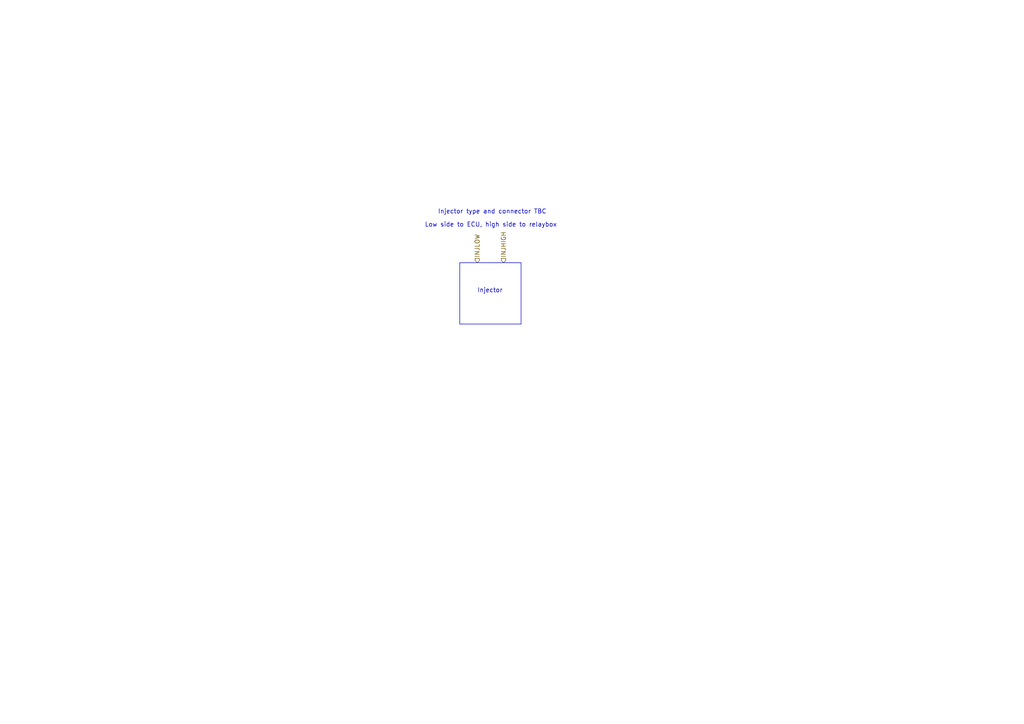
<source format=kicad_sch>
(kicad_sch (version 20230121) (generator eeschema)
  (paper "A4")
  (lib_symbols)
  (polyline (pts (xy 133.35 76.2) (xy 133.35 93.98)))
  (polyline (pts (xy 133.35 93.98) (xy 151.13 93.98)))
  (polyline (pts (xy 151.13 93.98) (xy 151.13 76.2)))
  (polyline (pts (xy 133.35 76.2) (xy 151.13 76.2)))
  (text "Low side to ECU, high side to relaybox" (at 123.19 66.04 0) (effects (font (size 1.27 1.27)) (justify left bottom)))
  (text "Injector" (at 138.43 85.09 0) (effects (font (size 1.27 1.27)) (justify left bottom)))
  (text "Injector type and connector TBC" (at 127 62.23 0) (effects (font (size 1.27 1.27)) (justify left bottom)))
  (hierarchical_label "INJHIGH" (shape input) (at 146.05 76.2 90))
  (hierarchical_label "INJLOW" (shape input) (at 138.43 76.2 90))
)
</source>
